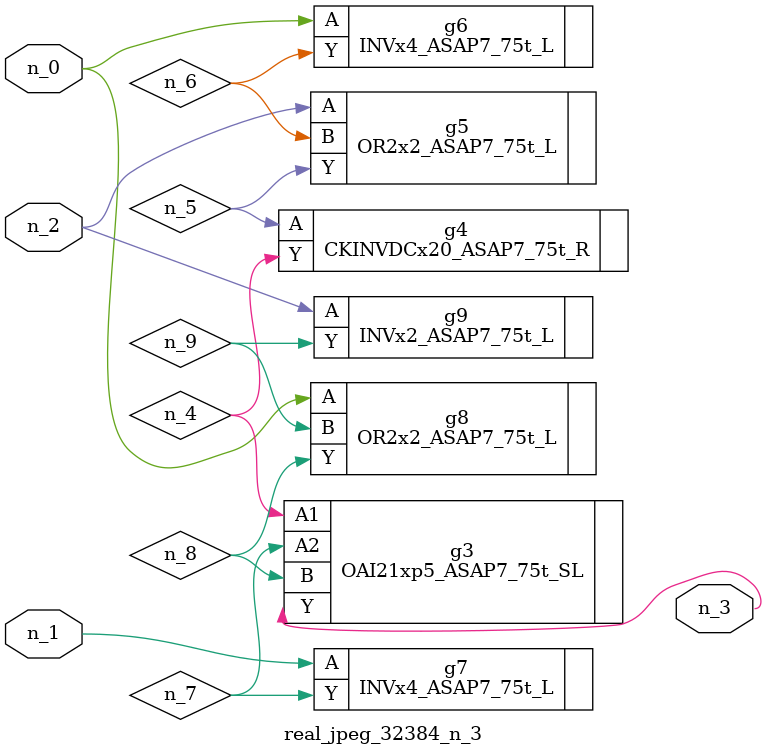
<source format=v>
module real_jpeg_32384_n_3 (n_1, n_0, n_2, n_3);

input n_1;
input n_0;
input n_2;

output n_3;

wire n_5;
wire n_4;
wire n_8;
wire n_6;
wire n_7;
wire n_9;

INVx4_ASAP7_75t_L g6 ( 
.A(n_0),
.Y(n_6)
);

OR2x2_ASAP7_75t_L g8 ( 
.A(n_0),
.B(n_9),
.Y(n_8)
);

INVx4_ASAP7_75t_L g7 ( 
.A(n_1),
.Y(n_7)
);

OR2x2_ASAP7_75t_L g5 ( 
.A(n_2),
.B(n_6),
.Y(n_5)
);

INVx2_ASAP7_75t_L g9 ( 
.A(n_2),
.Y(n_9)
);

OAI21xp5_ASAP7_75t_SL g3 ( 
.A1(n_4),
.A2(n_7),
.B(n_8),
.Y(n_3)
);

CKINVDCx20_ASAP7_75t_R g4 ( 
.A(n_5),
.Y(n_4)
);


endmodule
</source>
